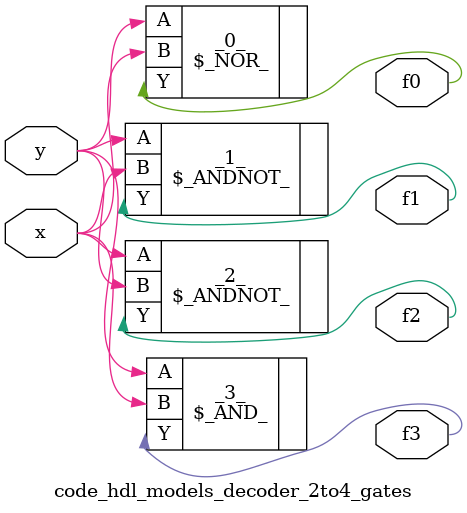
<source format=v>
/* Generated by Yosys 0.55+46 (git sha1 aa1daa702, g++ 11.4.0-1ubuntu1~22.04 -fPIC -O3) */

(* top =  1  *)
(* src = "dut.sv:1.1-14.10" *)
module code_hdl_models_decoder_2to4_gates(x, y, f0, f1, f2, f3);
  (* src = "dut.sv:3.8-3.10" *)
  output f0;
  wire f0;
  (* src = "dut.sv:3.11-3.13" *)
  output f1;
  wire f1;
  (* src = "dut.sv:3.14-3.16" *)
  output f2;
  wire f2;
  (* src = "dut.sv:3.17-3.19" *)
  output f3;
  wire f3;
  (* src = "dut.sv:2.7-2.8" *)
  input x;
  wire x;
  (* src = "dut.sv:2.9-2.10" *)
  input y;
  wire y;
  \$_NOR_  _0_ (
    .A(y),
    .B(x),
    .Y(f0)
  );
  \$_ANDNOT_  _1_ (
    .A(y),
    .B(x),
    .Y(f1)
  );
  \$_ANDNOT_  _2_ (
    .A(x),
    .B(y),
    .Y(f2)
  );
  \$_AND_  _3_ (
    .A(y),
    .B(x),
    .Y(f3)
  );
endmodule

</source>
